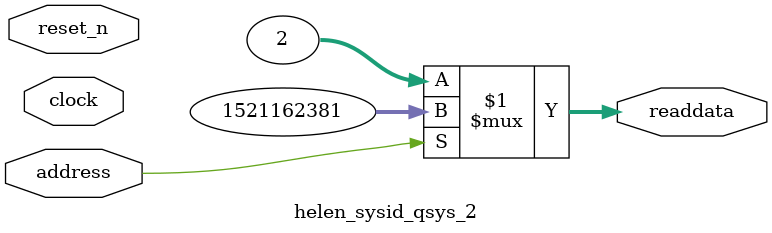
<source format=v>



// synthesis translate_off
`timescale 1ns / 1ps
// synthesis translate_on

// turn off superfluous verilog processor warnings 
// altera message_level Level1 
// altera message_off 10034 10035 10036 10037 10230 10240 10030 

module helen_sysid_qsys_2 (
               // inputs:
                address,
                clock,
                reset_n,

               // outputs:
                readdata
             )
;

  output  [ 31: 0] readdata;
  input            address;
  input            clock;
  input            reset_n;

  wire    [ 31: 0] readdata;
  //control_slave, which is an e_avalon_slave
  assign readdata = address ? 1521162381 : 2;

endmodule



</source>
